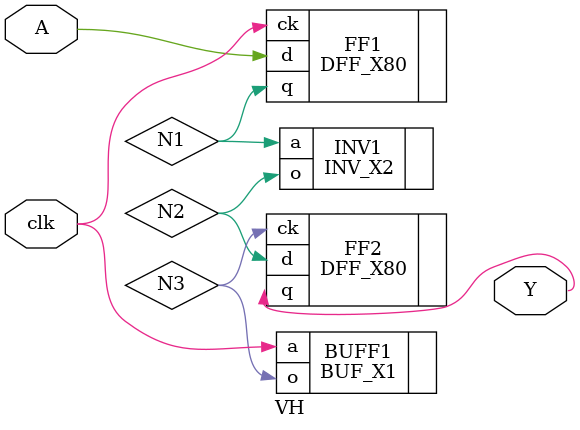
<source format=v>
module VH ( A, clk, Y);

input A;
input clk;

output Y;

wire N1;
wire N2;
wire N3;

//start cells
DFF_X80 FF1 ( .d(A), .ck(clk), .q(N1) );
DFF_X80 FF2 ( .d(N2), .ck(N3), .q(Y) );
BUF_X1 BUFF1 ( .a(clk), .o(N3) );
INV_X2 INV1 ( .o(N2), .a(N1) );

endmodule

</source>
